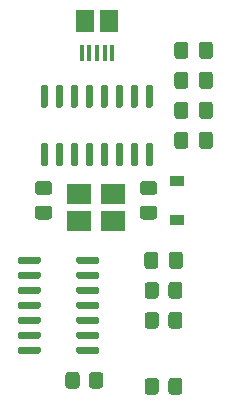
<source format=gbr>
G04 #@! TF.GenerationSoftware,KiCad,Pcbnew,(5.1.9)-1*
G04 #@! TF.CreationDate,2021-03-27T20:38:15-07:00*
G04 #@! TF.ProjectId,attiny_arduino_serial,61747469-6e79-45f6-9172-6475696e6f5f,rev?*
G04 #@! TF.SameCoordinates,Original*
G04 #@! TF.FileFunction,Paste,Top*
G04 #@! TF.FilePolarity,Positive*
%FSLAX46Y46*%
G04 Gerber Fmt 4.6, Leading zero omitted, Abs format (unit mm)*
G04 Created by KiCad (PCBNEW (5.1.9)-1) date 2021-03-27 20:38:15*
%MOMM*%
%LPD*%
G01*
G04 APERTURE LIST*
%ADD10R,1.200000X0.900000*%
%ADD11R,2.100000X1.800000*%
%ADD12R,1.500000X1.900000*%
%ADD13R,0.400000X1.350000*%
G04 APERTURE END LIST*
G04 #@! TO.C,R4*
G36*
G01*
X104375000Y-53397999D02*
X104375000Y-54298001D01*
G75*
G02*
X104125001Y-54548000I-249999J0D01*
G01*
X103424999Y-54548000D01*
G75*
G02*
X103175000Y-54298001I0J249999D01*
G01*
X103175000Y-53397999D01*
G75*
G02*
X103424999Y-53148000I249999J0D01*
G01*
X104125001Y-53148000D01*
G75*
G02*
X104375000Y-53397999I0J-249999D01*
G01*
G37*
G36*
G01*
X106375000Y-53397999D02*
X106375000Y-54298001D01*
G75*
G02*
X106125001Y-54548000I-249999J0D01*
G01*
X105424999Y-54548000D01*
G75*
G02*
X105175000Y-54298001I0J249999D01*
G01*
X105175000Y-53397999D01*
G75*
G02*
X105424999Y-53148000I249999J0D01*
G01*
X106125001Y-53148000D01*
G75*
G02*
X106375000Y-53397999I0J-249999D01*
G01*
G37*
G04 #@! TD*
D10*
G04 #@! TO.C,D1*
X105918000Y-36450000D03*
X105918000Y-39750000D03*
G04 #@! TD*
D11*
G04 #@! TO.C,Y1*
X97610000Y-37585000D03*
X100510000Y-37585000D03*
X100510000Y-39885000D03*
X97610000Y-39885000D03*
G04 #@! TD*
G04 #@! TO.C,U2*
G36*
G01*
X97385000Y-43330000D02*
X97385000Y-43030000D01*
G75*
G02*
X97535000Y-42880000I150000J0D01*
G01*
X99185000Y-42880000D01*
G75*
G02*
X99335000Y-43030000I0J-150000D01*
G01*
X99335000Y-43330000D01*
G75*
G02*
X99185000Y-43480000I-150000J0D01*
G01*
X97535000Y-43480000D01*
G75*
G02*
X97385000Y-43330000I0J150000D01*
G01*
G37*
G36*
G01*
X97385000Y-44600000D02*
X97385000Y-44300000D01*
G75*
G02*
X97535000Y-44150000I150000J0D01*
G01*
X99185000Y-44150000D01*
G75*
G02*
X99335000Y-44300000I0J-150000D01*
G01*
X99335000Y-44600000D01*
G75*
G02*
X99185000Y-44750000I-150000J0D01*
G01*
X97535000Y-44750000D01*
G75*
G02*
X97385000Y-44600000I0J150000D01*
G01*
G37*
G36*
G01*
X97385000Y-45870000D02*
X97385000Y-45570000D01*
G75*
G02*
X97535000Y-45420000I150000J0D01*
G01*
X99185000Y-45420000D01*
G75*
G02*
X99335000Y-45570000I0J-150000D01*
G01*
X99335000Y-45870000D01*
G75*
G02*
X99185000Y-46020000I-150000J0D01*
G01*
X97535000Y-46020000D01*
G75*
G02*
X97385000Y-45870000I0J150000D01*
G01*
G37*
G36*
G01*
X97385000Y-47140000D02*
X97385000Y-46840000D01*
G75*
G02*
X97535000Y-46690000I150000J0D01*
G01*
X99185000Y-46690000D01*
G75*
G02*
X99335000Y-46840000I0J-150000D01*
G01*
X99335000Y-47140000D01*
G75*
G02*
X99185000Y-47290000I-150000J0D01*
G01*
X97535000Y-47290000D01*
G75*
G02*
X97385000Y-47140000I0J150000D01*
G01*
G37*
G36*
G01*
X97385000Y-48410000D02*
X97385000Y-48110000D01*
G75*
G02*
X97535000Y-47960000I150000J0D01*
G01*
X99185000Y-47960000D01*
G75*
G02*
X99335000Y-48110000I0J-150000D01*
G01*
X99335000Y-48410000D01*
G75*
G02*
X99185000Y-48560000I-150000J0D01*
G01*
X97535000Y-48560000D01*
G75*
G02*
X97385000Y-48410000I0J150000D01*
G01*
G37*
G36*
G01*
X97385000Y-49680000D02*
X97385000Y-49380000D01*
G75*
G02*
X97535000Y-49230000I150000J0D01*
G01*
X99185000Y-49230000D01*
G75*
G02*
X99335000Y-49380000I0J-150000D01*
G01*
X99335000Y-49680000D01*
G75*
G02*
X99185000Y-49830000I-150000J0D01*
G01*
X97535000Y-49830000D01*
G75*
G02*
X97385000Y-49680000I0J150000D01*
G01*
G37*
G36*
G01*
X97385000Y-50950000D02*
X97385000Y-50650000D01*
G75*
G02*
X97535000Y-50500000I150000J0D01*
G01*
X99185000Y-50500000D01*
G75*
G02*
X99335000Y-50650000I0J-150000D01*
G01*
X99335000Y-50950000D01*
G75*
G02*
X99185000Y-51100000I-150000J0D01*
G01*
X97535000Y-51100000D01*
G75*
G02*
X97385000Y-50950000I0J150000D01*
G01*
G37*
G36*
G01*
X92435000Y-50950000D02*
X92435000Y-50650000D01*
G75*
G02*
X92585000Y-50500000I150000J0D01*
G01*
X94235000Y-50500000D01*
G75*
G02*
X94385000Y-50650000I0J-150000D01*
G01*
X94385000Y-50950000D01*
G75*
G02*
X94235000Y-51100000I-150000J0D01*
G01*
X92585000Y-51100000D01*
G75*
G02*
X92435000Y-50950000I0J150000D01*
G01*
G37*
G36*
G01*
X92435000Y-49680000D02*
X92435000Y-49380000D01*
G75*
G02*
X92585000Y-49230000I150000J0D01*
G01*
X94235000Y-49230000D01*
G75*
G02*
X94385000Y-49380000I0J-150000D01*
G01*
X94385000Y-49680000D01*
G75*
G02*
X94235000Y-49830000I-150000J0D01*
G01*
X92585000Y-49830000D01*
G75*
G02*
X92435000Y-49680000I0J150000D01*
G01*
G37*
G36*
G01*
X92435000Y-48410000D02*
X92435000Y-48110000D01*
G75*
G02*
X92585000Y-47960000I150000J0D01*
G01*
X94235000Y-47960000D01*
G75*
G02*
X94385000Y-48110000I0J-150000D01*
G01*
X94385000Y-48410000D01*
G75*
G02*
X94235000Y-48560000I-150000J0D01*
G01*
X92585000Y-48560000D01*
G75*
G02*
X92435000Y-48410000I0J150000D01*
G01*
G37*
G36*
G01*
X92435000Y-47140000D02*
X92435000Y-46840000D01*
G75*
G02*
X92585000Y-46690000I150000J0D01*
G01*
X94235000Y-46690000D01*
G75*
G02*
X94385000Y-46840000I0J-150000D01*
G01*
X94385000Y-47140000D01*
G75*
G02*
X94235000Y-47290000I-150000J0D01*
G01*
X92585000Y-47290000D01*
G75*
G02*
X92435000Y-47140000I0J150000D01*
G01*
G37*
G36*
G01*
X92435000Y-45870000D02*
X92435000Y-45570000D01*
G75*
G02*
X92585000Y-45420000I150000J0D01*
G01*
X94235000Y-45420000D01*
G75*
G02*
X94385000Y-45570000I0J-150000D01*
G01*
X94385000Y-45870000D01*
G75*
G02*
X94235000Y-46020000I-150000J0D01*
G01*
X92585000Y-46020000D01*
G75*
G02*
X92435000Y-45870000I0J150000D01*
G01*
G37*
G36*
G01*
X92435000Y-44600000D02*
X92435000Y-44300000D01*
G75*
G02*
X92585000Y-44150000I150000J0D01*
G01*
X94235000Y-44150000D01*
G75*
G02*
X94385000Y-44300000I0J-150000D01*
G01*
X94385000Y-44600000D01*
G75*
G02*
X94235000Y-44750000I-150000J0D01*
G01*
X92585000Y-44750000D01*
G75*
G02*
X92435000Y-44600000I0J150000D01*
G01*
G37*
G36*
G01*
X92435000Y-43330000D02*
X92435000Y-43030000D01*
G75*
G02*
X92585000Y-42880000I150000J0D01*
G01*
X94235000Y-42880000D01*
G75*
G02*
X94385000Y-43030000I0J-150000D01*
G01*
X94385000Y-43330000D01*
G75*
G02*
X94235000Y-43480000I-150000J0D01*
G01*
X92585000Y-43480000D01*
G75*
G02*
X92435000Y-43330000I0J150000D01*
G01*
G37*
G04 #@! TD*
G04 #@! TO.C,U1*
G36*
G01*
X94835000Y-30250000D02*
X94535000Y-30250000D01*
G75*
G02*
X94385000Y-30100000I0J150000D01*
G01*
X94385000Y-28450000D01*
G75*
G02*
X94535000Y-28300000I150000J0D01*
G01*
X94835000Y-28300000D01*
G75*
G02*
X94985000Y-28450000I0J-150000D01*
G01*
X94985000Y-30100000D01*
G75*
G02*
X94835000Y-30250000I-150000J0D01*
G01*
G37*
G36*
G01*
X96105000Y-30250000D02*
X95805000Y-30250000D01*
G75*
G02*
X95655000Y-30100000I0J150000D01*
G01*
X95655000Y-28450000D01*
G75*
G02*
X95805000Y-28300000I150000J0D01*
G01*
X96105000Y-28300000D01*
G75*
G02*
X96255000Y-28450000I0J-150000D01*
G01*
X96255000Y-30100000D01*
G75*
G02*
X96105000Y-30250000I-150000J0D01*
G01*
G37*
G36*
G01*
X97375000Y-30250000D02*
X97075000Y-30250000D01*
G75*
G02*
X96925000Y-30100000I0J150000D01*
G01*
X96925000Y-28450000D01*
G75*
G02*
X97075000Y-28300000I150000J0D01*
G01*
X97375000Y-28300000D01*
G75*
G02*
X97525000Y-28450000I0J-150000D01*
G01*
X97525000Y-30100000D01*
G75*
G02*
X97375000Y-30250000I-150000J0D01*
G01*
G37*
G36*
G01*
X98645000Y-30250000D02*
X98345000Y-30250000D01*
G75*
G02*
X98195000Y-30100000I0J150000D01*
G01*
X98195000Y-28450000D01*
G75*
G02*
X98345000Y-28300000I150000J0D01*
G01*
X98645000Y-28300000D01*
G75*
G02*
X98795000Y-28450000I0J-150000D01*
G01*
X98795000Y-30100000D01*
G75*
G02*
X98645000Y-30250000I-150000J0D01*
G01*
G37*
G36*
G01*
X99915000Y-30250000D02*
X99615000Y-30250000D01*
G75*
G02*
X99465000Y-30100000I0J150000D01*
G01*
X99465000Y-28450000D01*
G75*
G02*
X99615000Y-28300000I150000J0D01*
G01*
X99915000Y-28300000D01*
G75*
G02*
X100065000Y-28450000I0J-150000D01*
G01*
X100065000Y-30100000D01*
G75*
G02*
X99915000Y-30250000I-150000J0D01*
G01*
G37*
G36*
G01*
X101185000Y-30250000D02*
X100885000Y-30250000D01*
G75*
G02*
X100735000Y-30100000I0J150000D01*
G01*
X100735000Y-28450000D01*
G75*
G02*
X100885000Y-28300000I150000J0D01*
G01*
X101185000Y-28300000D01*
G75*
G02*
X101335000Y-28450000I0J-150000D01*
G01*
X101335000Y-30100000D01*
G75*
G02*
X101185000Y-30250000I-150000J0D01*
G01*
G37*
G36*
G01*
X102455000Y-30250000D02*
X102155000Y-30250000D01*
G75*
G02*
X102005000Y-30100000I0J150000D01*
G01*
X102005000Y-28450000D01*
G75*
G02*
X102155000Y-28300000I150000J0D01*
G01*
X102455000Y-28300000D01*
G75*
G02*
X102605000Y-28450000I0J-150000D01*
G01*
X102605000Y-30100000D01*
G75*
G02*
X102455000Y-30250000I-150000J0D01*
G01*
G37*
G36*
G01*
X103725000Y-30250000D02*
X103425000Y-30250000D01*
G75*
G02*
X103275000Y-30100000I0J150000D01*
G01*
X103275000Y-28450000D01*
G75*
G02*
X103425000Y-28300000I150000J0D01*
G01*
X103725000Y-28300000D01*
G75*
G02*
X103875000Y-28450000I0J-150000D01*
G01*
X103875000Y-30100000D01*
G75*
G02*
X103725000Y-30250000I-150000J0D01*
G01*
G37*
G36*
G01*
X103725000Y-35200000D02*
X103425000Y-35200000D01*
G75*
G02*
X103275000Y-35050000I0J150000D01*
G01*
X103275000Y-33400000D01*
G75*
G02*
X103425000Y-33250000I150000J0D01*
G01*
X103725000Y-33250000D01*
G75*
G02*
X103875000Y-33400000I0J-150000D01*
G01*
X103875000Y-35050000D01*
G75*
G02*
X103725000Y-35200000I-150000J0D01*
G01*
G37*
G36*
G01*
X102455000Y-35200000D02*
X102155000Y-35200000D01*
G75*
G02*
X102005000Y-35050000I0J150000D01*
G01*
X102005000Y-33400000D01*
G75*
G02*
X102155000Y-33250000I150000J0D01*
G01*
X102455000Y-33250000D01*
G75*
G02*
X102605000Y-33400000I0J-150000D01*
G01*
X102605000Y-35050000D01*
G75*
G02*
X102455000Y-35200000I-150000J0D01*
G01*
G37*
G36*
G01*
X101185000Y-35200000D02*
X100885000Y-35200000D01*
G75*
G02*
X100735000Y-35050000I0J150000D01*
G01*
X100735000Y-33400000D01*
G75*
G02*
X100885000Y-33250000I150000J0D01*
G01*
X101185000Y-33250000D01*
G75*
G02*
X101335000Y-33400000I0J-150000D01*
G01*
X101335000Y-35050000D01*
G75*
G02*
X101185000Y-35200000I-150000J0D01*
G01*
G37*
G36*
G01*
X99915000Y-35200000D02*
X99615000Y-35200000D01*
G75*
G02*
X99465000Y-35050000I0J150000D01*
G01*
X99465000Y-33400000D01*
G75*
G02*
X99615000Y-33250000I150000J0D01*
G01*
X99915000Y-33250000D01*
G75*
G02*
X100065000Y-33400000I0J-150000D01*
G01*
X100065000Y-35050000D01*
G75*
G02*
X99915000Y-35200000I-150000J0D01*
G01*
G37*
G36*
G01*
X98645000Y-35200000D02*
X98345000Y-35200000D01*
G75*
G02*
X98195000Y-35050000I0J150000D01*
G01*
X98195000Y-33400000D01*
G75*
G02*
X98345000Y-33250000I150000J0D01*
G01*
X98645000Y-33250000D01*
G75*
G02*
X98795000Y-33400000I0J-150000D01*
G01*
X98795000Y-35050000D01*
G75*
G02*
X98645000Y-35200000I-150000J0D01*
G01*
G37*
G36*
G01*
X97375000Y-35200000D02*
X97075000Y-35200000D01*
G75*
G02*
X96925000Y-35050000I0J150000D01*
G01*
X96925000Y-33400000D01*
G75*
G02*
X97075000Y-33250000I150000J0D01*
G01*
X97375000Y-33250000D01*
G75*
G02*
X97525000Y-33400000I0J-150000D01*
G01*
X97525000Y-35050000D01*
G75*
G02*
X97375000Y-35200000I-150000J0D01*
G01*
G37*
G36*
G01*
X96105000Y-35200000D02*
X95805000Y-35200000D01*
G75*
G02*
X95655000Y-35050000I0J150000D01*
G01*
X95655000Y-33400000D01*
G75*
G02*
X95805000Y-33250000I150000J0D01*
G01*
X96105000Y-33250000D01*
G75*
G02*
X96255000Y-33400000I0J-150000D01*
G01*
X96255000Y-35050000D01*
G75*
G02*
X96105000Y-35200000I-150000J0D01*
G01*
G37*
G36*
G01*
X94835000Y-35200000D02*
X94535000Y-35200000D01*
G75*
G02*
X94385000Y-35050000I0J150000D01*
G01*
X94385000Y-33400000D01*
G75*
G02*
X94535000Y-33250000I150000J0D01*
G01*
X94835000Y-33250000D01*
G75*
G02*
X94985000Y-33400000I0J-150000D01*
G01*
X94985000Y-35050000D01*
G75*
G02*
X94835000Y-35200000I-150000J0D01*
G01*
G37*
G04 #@! TD*
G04 #@! TO.C,R3*
G36*
G01*
X97660000Y-52889999D02*
X97660000Y-53790001D01*
G75*
G02*
X97410001Y-54040000I-249999J0D01*
G01*
X96709999Y-54040000D01*
G75*
G02*
X96460000Y-53790001I0J249999D01*
G01*
X96460000Y-52889999D01*
G75*
G02*
X96709999Y-52640000I249999J0D01*
G01*
X97410001Y-52640000D01*
G75*
G02*
X97660000Y-52889999I0J-249999D01*
G01*
G37*
G36*
G01*
X99660000Y-52889999D02*
X99660000Y-53790001D01*
G75*
G02*
X99410001Y-54040000I-249999J0D01*
G01*
X98709999Y-54040000D01*
G75*
G02*
X98460000Y-53790001I0J249999D01*
G01*
X98460000Y-52889999D01*
G75*
G02*
X98709999Y-52640000I249999J0D01*
G01*
X99410001Y-52640000D01*
G75*
G02*
X99660000Y-52889999I0J-249999D01*
G01*
G37*
G04 #@! TD*
G04 #@! TO.C,R2*
G36*
G01*
X105175000Y-46170001D02*
X105175000Y-45269999D01*
G75*
G02*
X105424999Y-45020000I249999J0D01*
G01*
X106125001Y-45020000D01*
G75*
G02*
X106375000Y-45269999I0J-249999D01*
G01*
X106375000Y-46170001D01*
G75*
G02*
X106125001Y-46420000I-249999J0D01*
G01*
X105424999Y-46420000D01*
G75*
G02*
X105175000Y-46170001I0J249999D01*
G01*
G37*
G36*
G01*
X103175000Y-46170001D02*
X103175000Y-45269999D01*
G75*
G02*
X103424999Y-45020000I249999J0D01*
G01*
X104125001Y-45020000D01*
G75*
G02*
X104375000Y-45269999I0J-249999D01*
G01*
X104375000Y-46170001D01*
G75*
G02*
X104125001Y-46420000I-249999J0D01*
G01*
X103424999Y-46420000D01*
G75*
G02*
X103175000Y-46170001I0J249999D01*
G01*
G37*
G04 #@! TD*
G04 #@! TO.C,R1*
G36*
G01*
X105175000Y-48710001D02*
X105175000Y-47809999D01*
G75*
G02*
X105424999Y-47560000I249999J0D01*
G01*
X106125001Y-47560000D01*
G75*
G02*
X106375000Y-47809999I0J-249999D01*
G01*
X106375000Y-48710001D01*
G75*
G02*
X106125001Y-48960000I-249999J0D01*
G01*
X105424999Y-48960000D01*
G75*
G02*
X105175000Y-48710001I0J249999D01*
G01*
G37*
G36*
G01*
X103175000Y-48710001D02*
X103175000Y-47809999D01*
G75*
G02*
X103424999Y-47560000I249999J0D01*
G01*
X104125001Y-47560000D01*
G75*
G02*
X104375000Y-47809999I0J-249999D01*
G01*
X104375000Y-48710001D01*
G75*
G02*
X104125001Y-48960000I-249999J0D01*
G01*
X103424999Y-48960000D01*
G75*
G02*
X103175000Y-48710001I0J249999D01*
G01*
G37*
G04 #@! TD*
D12*
G04 #@! TO.C,J1*
X100130000Y-22892500D03*
D13*
X99130000Y-25592500D03*
X98480000Y-25592500D03*
X97830000Y-25592500D03*
X100430000Y-25592500D03*
X99780000Y-25592500D03*
D12*
X98130000Y-22892500D03*
G04 #@! TD*
G04 #@! TO.C,C7*
G36*
G01*
X105225000Y-43655000D02*
X105225000Y-42705000D01*
G75*
G02*
X105475000Y-42455000I250000J0D01*
G01*
X106150000Y-42455000D01*
G75*
G02*
X106400000Y-42705000I0J-250000D01*
G01*
X106400000Y-43655000D01*
G75*
G02*
X106150000Y-43905000I-250000J0D01*
G01*
X105475000Y-43905000D01*
G75*
G02*
X105225000Y-43655000I0J250000D01*
G01*
G37*
G36*
G01*
X103150000Y-43655000D02*
X103150000Y-42705000D01*
G75*
G02*
X103400000Y-42455000I250000J0D01*
G01*
X104075000Y-42455000D01*
G75*
G02*
X104325000Y-42705000I0J-250000D01*
G01*
X104325000Y-43655000D01*
G75*
G02*
X104075000Y-43905000I-250000J0D01*
G01*
X103400000Y-43905000D01*
G75*
G02*
X103150000Y-43655000I0J250000D01*
G01*
G37*
G04 #@! TD*
G04 #@! TO.C,C6*
G36*
G01*
X103030000Y-38550000D02*
X103980000Y-38550000D01*
G75*
G02*
X104230000Y-38800000I0J-250000D01*
G01*
X104230000Y-39475000D01*
G75*
G02*
X103980000Y-39725000I-250000J0D01*
G01*
X103030000Y-39725000D01*
G75*
G02*
X102780000Y-39475000I0J250000D01*
G01*
X102780000Y-38800000D01*
G75*
G02*
X103030000Y-38550000I250000J0D01*
G01*
G37*
G36*
G01*
X103030000Y-36475000D02*
X103980000Y-36475000D01*
G75*
G02*
X104230000Y-36725000I0J-250000D01*
G01*
X104230000Y-37400000D01*
G75*
G02*
X103980000Y-37650000I-250000J0D01*
G01*
X103030000Y-37650000D01*
G75*
G02*
X102780000Y-37400000I0J250000D01*
G01*
X102780000Y-36725000D01*
G75*
G02*
X103030000Y-36475000I250000J0D01*
G01*
G37*
G04 #@! TD*
G04 #@! TO.C,C5*
G36*
G01*
X95090000Y-37650000D02*
X94140000Y-37650000D01*
G75*
G02*
X93890000Y-37400000I0J250000D01*
G01*
X93890000Y-36725000D01*
G75*
G02*
X94140000Y-36475000I250000J0D01*
G01*
X95090000Y-36475000D01*
G75*
G02*
X95340000Y-36725000I0J-250000D01*
G01*
X95340000Y-37400000D01*
G75*
G02*
X95090000Y-37650000I-250000J0D01*
G01*
G37*
G36*
G01*
X95090000Y-39725000D02*
X94140000Y-39725000D01*
G75*
G02*
X93890000Y-39475000I0J250000D01*
G01*
X93890000Y-38800000D01*
G75*
G02*
X94140000Y-38550000I250000J0D01*
G01*
X95090000Y-38550000D01*
G75*
G02*
X95340000Y-38800000I0J-250000D01*
G01*
X95340000Y-39475000D01*
G75*
G02*
X95090000Y-39725000I-250000J0D01*
G01*
G37*
G04 #@! TD*
G04 #@! TO.C,C4*
G36*
G01*
X107765000Y-28415000D02*
X107765000Y-27465000D01*
G75*
G02*
X108015000Y-27215000I250000J0D01*
G01*
X108690000Y-27215000D01*
G75*
G02*
X108940000Y-27465000I0J-250000D01*
G01*
X108940000Y-28415000D01*
G75*
G02*
X108690000Y-28665000I-250000J0D01*
G01*
X108015000Y-28665000D01*
G75*
G02*
X107765000Y-28415000I0J250000D01*
G01*
G37*
G36*
G01*
X105690000Y-28415000D02*
X105690000Y-27465000D01*
G75*
G02*
X105940000Y-27215000I250000J0D01*
G01*
X106615000Y-27215000D01*
G75*
G02*
X106865000Y-27465000I0J-250000D01*
G01*
X106865000Y-28415000D01*
G75*
G02*
X106615000Y-28665000I-250000J0D01*
G01*
X105940000Y-28665000D01*
G75*
G02*
X105690000Y-28415000I0J250000D01*
G01*
G37*
G04 #@! TD*
G04 #@! TO.C,C3*
G36*
G01*
X107765000Y-33495000D02*
X107765000Y-32545000D01*
G75*
G02*
X108015000Y-32295000I250000J0D01*
G01*
X108690000Y-32295000D01*
G75*
G02*
X108940000Y-32545000I0J-250000D01*
G01*
X108940000Y-33495000D01*
G75*
G02*
X108690000Y-33745000I-250000J0D01*
G01*
X108015000Y-33745000D01*
G75*
G02*
X107765000Y-33495000I0J250000D01*
G01*
G37*
G36*
G01*
X105690000Y-33495000D02*
X105690000Y-32545000D01*
G75*
G02*
X105940000Y-32295000I250000J0D01*
G01*
X106615000Y-32295000D01*
G75*
G02*
X106865000Y-32545000I0J-250000D01*
G01*
X106865000Y-33495000D01*
G75*
G02*
X106615000Y-33745000I-250000J0D01*
G01*
X105940000Y-33745000D01*
G75*
G02*
X105690000Y-33495000I0J250000D01*
G01*
G37*
G04 #@! TD*
G04 #@! TO.C,C2*
G36*
G01*
X107765000Y-30955000D02*
X107765000Y-30005000D01*
G75*
G02*
X108015000Y-29755000I250000J0D01*
G01*
X108690000Y-29755000D01*
G75*
G02*
X108940000Y-30005000I0J-250000D01*
G01*
X108940000Y-30955000D01*
G75*
G02*
X108690000Y-31205000I-250000J0D01*
G01*
X108015000Y-31205000D01*
G75*
G02*
X107765000Y-30955000I0J250000D01*
G01*
G37*
G36*
G01*
X105690000Y-30955000D02*
X105690000Y-30005000D01*
G75*
G02*
X105940000Y-29755000I250000J0D01*
G01*
X106615000Y-29755000D01*
G75*
G02*
X106865000Y-30005000I0J-250000D01*
G01*
X106865000Y-30955000D01*
G75*
G02*
X106615000Y-31205000I-250000J0D01*
G01*
X105940000Y-31205000D01*
G75*
G02*
X105690000Y-30955000I0J250000D01*
G01*
G37*
G04 #@! TD*
G04 #@! TO.C,C1*
G36*
G01*
X107765000Y-25875000D02*
X107765000Y-24925000D01*
G75*
G02*
X108015000Y-24675000I250000J0D01*
G01*
X108690000Y-24675000D01*
G75*
G02*
X108940000Y-24925000I0J-250000D01*
G01*
X108940000Y-25875000D01*
G75*
G02*
X108690000Y-26125000I-250000J0D01*
G01*
X108015000Y-26125000D01*
G75*
G02*
X107765000Y-25875000I0J250000D01*
G01*
G37*
G36*
G01*
X105690000Y-25875000D02*
X105690000Y-24925000D01*
G75*
G02*
X105940000Y-24675000I250000J0D01*
G01*
X106615000Y-24675000D01*
G75*
G02*
X106865000Y-24925000I0J-250000D01*
G01*
X106865000Y-25875000D01*
G75*
G02*
X106615000Y-26125000I-250000J0D01*
G01*
X105940000Y-26125000D01*
G75*
G02*
X105690000Y-25875000I0J250000D01*
G01*
G37*
G04 #@! TD*
M02*

</source>
